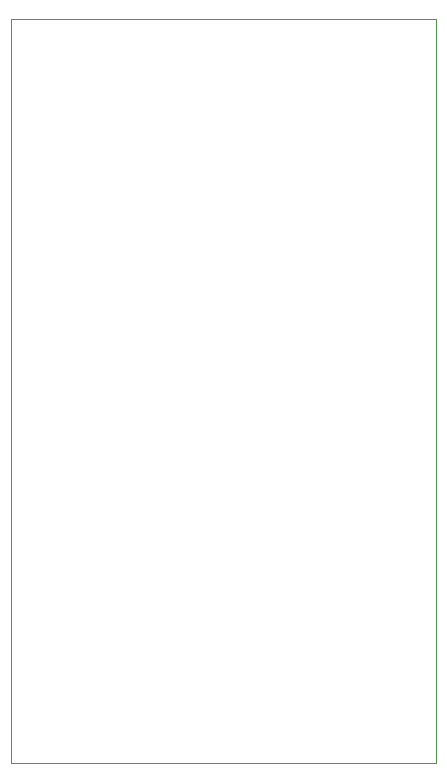
<source format=gbr>
%TF.GenerationSoftware,KiCad,Pcbnew,9.0.0*%
%TF.CreationDate,2025-04-24T13:45:02+03:00*%
%TF.ProjectId,ESP32_BOARD,45535033-325f-4424-9f41-52442e6b6963,1.0*%
%TF.SameCoordinates,Original*%
%TF.FileFunction,Profile,NP*%
%FSLAX46Y46*%
G04 Gerber Fmt 4.6, Leading zero omitted, Abs format (unit mm)*
G04 Created by KiCad (PCBNEW 9.0.0) date 2025-04-24 13:45:02*
%MOMM*%
%LPD*%
G01*
G04 APERTURE LIST*
%TA.AperFunction,Profile*%
%ADD10C,0.050000*%
%TD*%
G04 APERTURE END LIST*
D10*
X77400000Y-91200000D02*
X113400000Y-91200000D01*
X113400000Y-154200000D01*
X77400000Y-154200000D01*
X77400000Y-91200000D01*
M02*

</source>
